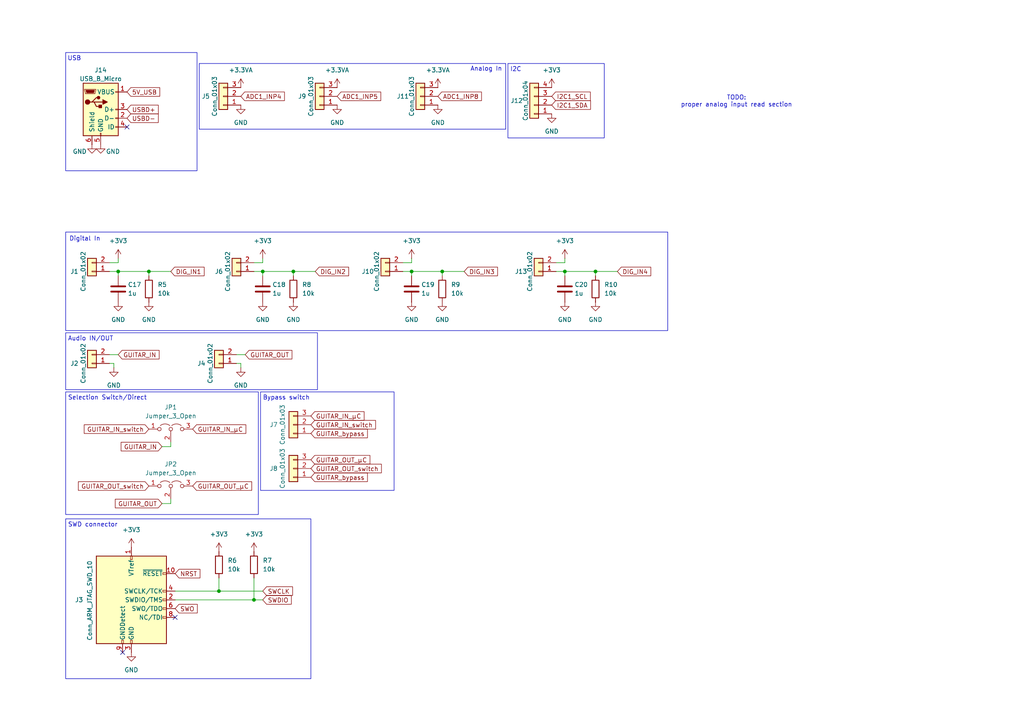
<source format=kicad_sch>
(kicad_sch (version 20250114) (generator "eeschema") (generator_version "9.0")
  (paper "A4")
  (lib_symbols
    (symbol "Connector:Conn_ARM_JTAG_SWD_10" (pin_names (offset 1.016))
      (property "Reference" "J" (at -2.54 16.51 0))
      (property "Value" "Conn_ARM_JTAG_SWD_10" (at -2.54 13.97 0))
      (symbol "Conn_ARM_JTAG_SWD_10_0_1"
        (rectangle (start -10.16 12.7) (end 10.16 -12.7) (stroke (width 0.254)) (fill (type background)))
        (rectangle (start -2.794 -12.7) (end -2.286 -11.684))
        (rectangle (start -0.254 12.7) (end 0.254 11.684))
        (rectangle (start -0.254 -12.7) (end 0.254 -11.684))
        (rectangle (start 9.144 2.286) (end 10.16 2.794))
        (rectangle (start 10.16 7.874) (end 9.144 7.366))
        (rectangle (start 10.16 -0.254) (end 9.144 0.254))
        (rectangle (start 10.16 -2.794) (end 9.144 -2.286))
      )
      (symbol "Conn_ARM_JTAG_SWD_10_1_1"
        (rectangle (start 9.144 -5.334) (end 10.16 -4.826))
        (pin no_connect line (at -10.16 0 0) (length 2.54) (hide yes) (name "KEY") (number "7"))
        (pin passive line (at -2.54 -15.24 90) (length 2.54) (name "GNDDetect") (number "9"))
        (pin power_in line (at 0 15.24 270) (length 2.54) (name "VTref") (number "1"))
        (pin power_in line (at 0 -15.24 90) (length 2.54) (name "GND") (number "3"))
        (pin passive line (at 0 -15.24 90) (length 2.54) (hide yes) (name "GND") (number "5"))
        (pin open_collector line (at 12.7 7.62 180) (length 2.54) (name "~{RESET}") (number "10"))
        (pin output line (at 12.7 2.54 180) (length 2.54) (name "SWCLK/TCK") (number "4"))
        (pin bidirectional line (at 12.7 0 180) (length 2.54) (name "SWDIO/TMS") (number "2"))
        (pin input line (at 12.7 -2.54 180) (length 2.54) (name "SWO/TDO") (number "6"))
        (pin output line (at 12.7 -5.08 180) (length 2.54) (name "NC/TDI") (number "8"))
      )
    )
    (symbol "Connector:USB_B_Micro" (pin_names (offset 1.016))
      (property "Reference" "J" (at -5.08 11.43 0))
      (property "Value" "USB_B_Micro" (at -5.08 8.89 0))
      (symbol "USB_B_Micro_0_1"
        (rectangle (start -5.08 -7.62) (end 5.08 7.62) (stroke (width 0.254)) (fill (type background)))
        (polyline (pts (xy -4.699 5.842) (xy -4.699 5.588) (xy -4.445 4.826) (xy -4.445 4.572) (xy -1.651 4.572) (xy -1.651 4.826) (xy -1.397 5.588) (xy -1.397 5.842) (xy -4.699 5.842)))
        (polyline (pts (xy -4.318 5.588) (xy -1.778 5.588) (xy -2.032 4.826) (xy -4.064 4.826) (xy -4.318 5.588)) (fill (type outline)))
        (circle (center -3.81 2.159) (radius 0.635) (stroke (width 0.254)) (fill (type outline)))
        (polyline (pts (xy -3.175 2.159) (xy -2.54 2.159) (xy -1.27 3.429) (xy -0.635 3.429)) (stroke (width 0.254)))
        (polyline (pts (xy -2.54 2.159) (xy -1.905 2.159) (xy -1.27 0.889) (xy 0 0.889)) (stroke (width 0.254)))
        (polyline (pts (xy -1.905 2.159) (xy 0.635 2.159)) (stroke (width 0.254)))
        (circle (center -0.635 3.429) (radius 0.381) (stroke (width 0.254)) (fill (type outline)))
        (rectangle (start -0.127 -7.62) (end 0.127 -6.858))
        (rectangle (start 0.254 1.27) (end -0.508 0.508) (stroke (width 0.254)) (fill (type outline)))
        (polyline (pts (xy 0.635 2.794) (xy 0.635 1.524) (xy 1.905 2.159) (xy 0.635 2.794)) (stroke (width 0.254)) (fill (type outline)))
        (rectangle (start 5.08 4.953) (end 4.318 5.207))
        (rectangle (start 5.08 -0.127) (end 4.318 0.127))
        (rectangle (start 5.08 -2.667) (end 4.318 -2.413))
        (rectangle (start 5.08 -5.207) (end 4.318 -4.953))
      )
      (symbol "USB_B_Micro_1_1"
        (pin passive line (at -2.54 -10.16 90) (length 2.54) (name "Shield") (number "6"))
        (pin power_out line (at 0 -10.16 90) (length 2.54) (name "GND") (number "5"))
        (pin power_out line (at 7.62 5.08 180) (length 2.54) (name "VBUS") (number "1"))
        (pin bidirectional line (at 7.62 0 180) (length 2.54) (name "D+") (number "3"))
        (pin bidirectional line (at 7.62 -2.54 180) (length 2.54) (name "D-") (number "2"))
        (pin passive line (at 7.62 -5.08 180) (length 2.54) (name "ID") (number "4"))
      )
    )
    (symbol "Connector_Generic:Conn_01x02" (pin_names (offset 1.016) (hide yes))
      (property "Reference" "J" (at 0 2.54 0))
      (property "Value" "Conn_01x02" (at 0 -5.08 0))
      (symbol "Conn_01x02_1_1"
        (rectangle (start -1.27 1.27) (end 1.27 -3.81) (stroke (width 0.254)) (fill (type background)))
        (rectangle (start -1.27 0.127) (end 0 -0.127) (stroke (width 0.1524)))
        (rectangle (start -1.27 -2.413) (end 0 -2.667) (stroke (width 0.1524)))
        (pin passive line (at -5.08 0 0) (length 3.81) (name "Pin_1") (number "1"))
        (pin passive line (at -5.08 -2.54 0) (length 3.81) (name "Pin_2") (number "2"))
      )
    )
    (symbol "Connector_Generic:Conn_01x03" (pin_names (offset 1.016) (hide yes))
      (property "Reference" "J" (at 0 5.08 0))
      (property "Value" "Conn_01x03" (at 0 -5.08 0))
      (symbol "Conn_01x03_1_1"
        (rectangle (start -1.27 3.81) (end 1.27 -3.81) (stroke (width 0.254)) (fill (type background)))
        (rectangle (start -1.27 2.667) (end 0 2.413) (stroke (width 0.1524)))
        (rectangle (start -1.27 0.127) (end 0 -0.127) (stroke (width 0.1524)))
        (rectangle (start -1.27 -2.413) (end 0 -2.667) (stroke (width 0.1524)))
        (pin passive line (at -5.08 2.54 0) (length 3.81) (name "Pin_1") (number "1"))
        (pin passive line (at -5.08 0 0) (length 3.81) (name "Pin_2") (number "2"))
        (pin passive line (at -5.08 -2.54 0) (length 3.81) (name "Pin_3") (number "3"))
      )
    )
    (symbol "Connector_Generic:Conn_01x04" (pin_names (offset 1.016) (hide yes))
      (property "Reference" "J" (at 0 5.08 0))
      (property "Value" "Conn_01x04" (at 0 -7.62 0))
      (symbol "Conn_01x04_1_1"
        (rectangle (start -1.27 3.81) (end 1.27 -6.35) (stroke (width 0.254)) (fill (type background)))
        (rectangle (start -1.27 2.667) (end 0 2.413) (stroke (width 0.1524)))
        (rectangle (start -1.27 0.127) (end 0 -0.127) (stroke (width 0.1524)))
        (rectangle (start -1.27 -2.413) (end 0 -2.667) (stroke (width 0.1524)))
        (rectangle (start -1.27 -4.953) (end 0 -5.207) (stroke (width 0.1524)))
        (pin passive line (at -5.08 2.54 0) (length 3.81) (name "Pin_1") (number "1"))
        (pin passive line (at -5.08 0 0) (length 3.81) (name "Pin_2") (number "2"))
        (pin passive line (at -5.08 -2.54 0) (length 3.81) (name "Pin_3") (number "3"))
        (pin passive line (at -5.08 -5.08 0) (length 3.81) (name "Pin_4") (number "4"))
      )
    )
    (symbol "Device:C" (pin_numbers (hide yes)) (pin_names (offset 0.254))
      (property "Reference" "C" (at 0.635 2.54 0))
      (property "Value" "C" (at 0.635 -2.54 0))
      (symbol "C_0_1"
        (polyline (pts (xy -2.032 0.762) (xy 2.032 0.762)) (stroke (width 0.508)))
        (polyline (pts (xy -2.032 -0.762) (xy 2.032 -0.762)) (stroke (width 0.508)))
      )
      (symbol "C_1_1"
        (pin passive line (at 0 3.81 270) (length 2.794) (name "~") (number "1"))
        (pin passive line (at 0 -3.81 90) (length 2.794) (name "~") (number "2"))
      )
    )
    (symbol "Device:R" (pin_numbers (hide yes)) (pin_names (offset 0))
      (property "Reference" "R" (at 2.032 0 90))
      (property "Value" "R" (at 0 0 90))
      (symbol "R_0_1"
        (rectangle (start -1.016 -2.54) (end 1.016 2.54) (stroke (width 0.254)))
      )
      (symbol "R_1_1"
        (pin passive line (at 0 3.81 270) (length 1.27) (name "~") (number "1"))
        (pin passive line (at 0 -3.81 90) (length 1.27) (name "~") (number "2"))
      )
    )
    (symbol "Jumper:Jumper_3_Open" (pin_names (offset 0) (hide yes)) (in_bom no)
      (property "Reference" "JP" (at -2.54 -2.54 0))
      (property "Value" "Jumper_3_Open" (at 0 2.794 0))
      (symbol "Jumper_3_Open_0_0"
        (circle (center -3.302 0) (radius 0.508))
        (circle (center 0 0) (radius 0.508))
        (circle (center 3.302 0) (radius 0.508))
      )
      (symbol "Jumper_3_Open_0_1"
        (arc (start -3.048 1.016) (mid -1.651 1.4992) (end -0.254 1.016))
        (polyline (pts (xy 0 -0.508) (xy 0 -1.27)))
        (arc (start 0.254 1.016) (mid 1.651 1.4992) (end 3.048 1.016))
      )
      (symbol "Jumper_3_Open_1_1"
        (pin passive line (at -6.35 0 0) (length 2.54) (name "A") (number "1"))
        (pin passive line (at 0 -3.81 90) (length 2.54) (name "C") (number "2"))
        (pin passive line (at 6.35 0 180) (length 2.54) (name "B") (number "3"))
      )
    )
    (symbol "power:+3.3VA" (power) (pin_numbers (hide yes)) (pin_names (offset 0) (hide yes))
      (property "Value" "+3.3VA" (at 0 3.556 0))
      (symbol "+3.3VA_0_1"
        (polyline (pts (xy -0.762 1.27) (xy 0 2.54)))
        (polyline (pts (xy 0 2.54) (xy 0.762 1.27)))
        (polyline (pts (xy 0 0) (xy 0 2.54)))
      )
      (symbol "+3.3VA_1_1"
        (pin power_in line (at 0 0 90) (length 0) (name "~") (number "1"))
      )
    )
    (symbol "power:+3V3" (power) (pin_numbers (hide yes)) (pin_names (offset 0) (hide yes))
      (property "Value" "+3V3" (at 0 3.556 0))
      (symbol "+3V3_0_1"
        (polyline (pts (xy -0.762 1.27) (xy 0 2.54)))
        (polyline (pts (xy 0 2.54) (xy 0.762 1.27)))
        (polyline (pts (xy 0 0) (xy 0 2.54)))
      )
      (symbol "+3V3_1_1"
        (pin power_in line (at 0 0 90) (length 0) (name "~") (number "1"))
      )
    )
    (symbol "power:GND" (power) (pin_numbers (hide yes)) (pin_names (offset 0) (hide yes))
      (property "Value" "GND" (at 0 -3.81 0))
      (symbol "GND_0_1"
        (polyline (pts (xy 0 0) (xy 0 -1.27) (xy 1.27 -1.27) (xy 0 -2.54) (xy -1.27 -1.27) (xy 0 -1.27)))
      )
      (symbol "GND_1_1"
        (pin power_in line (at 0 0 270) (length 0) (name "~") (number "1"))
      )
    )
  )
  (rectangle (start 19.05 113.665) (end 74.93 149.225))
  (rectangle (start 57.785 18.415) (end 146.685 37.465))
  (rectangle (start 19.05 67.31) (end 193.675 95.885))
  (rectangle (start 19.05 150.495) (end 90.17 196.85))
  (rectangle (start 75.565 113.665) (end 114.3 142.24))
  (rectangle (start 147.32 18.415) (end 175.26 40.005))
  (rectangle (start 19.05 15.24) (end 57.15 49.53))
  (rectangle (start 19.05 96.52) (end 92.075 113.03))
  (text "Audio IN/OUT" (at 19.685 99.06 0) (effects (font (size 1.27 1.27)) (justify left bottom)))
  (text "Selection Switch/Direct" (at 19.685 116.205 0) (effects (font (size 1.27 1.27)) (justify left bottom)))
  (text "I2C" (at 147.955 20.955 0) (effects (font (size 1.27 1.27)) (justify left bottom)))
  (text "Analog In" (at 136.398 20.828 0) (effects (font (size 1.27 1.27)) (justify left bottom)))
  (text "USB" (at 19.558 17.78 0) (effects (font (size 1.27 1.27)) (justify left bottom)))
  (text "Bypass switch" (at 76.2 116.205 0) (effects (font (size 1.27 1.27)) (justify left bottom)))
  (text "SWD connector" (at 19.685 153.035 0) (effects (font (size 1.27 1.27)) (justify left bottom)))
  (text "TODO:\nproper analog input read section" (at 213.614 29.464 0) (effects (font (size 1.27 1.27))))
  (text "Digital In" (at 20.066 70.104 0) (effects (font (size 1.27 1.27)) (justify left bottom)))
  (junction (at 43.18 78.74))
  (junction (at 128.27 78.74))
  (junction (at 76.2 78.74))
  (junction (at 163.83 78.74))
  (junction (at 85.09 78.74))
  (junction (at 63.5 171.45))
  (junction (at 73.66 173.99))
  (junction (at 34.29 78.74))
  (junction (at 119.38 78.74))
  (junction (at 172.72 78.74))
  (no_connect (at 36.83 36.83))
  (no_connect (at 50.8 179.07))
  (no_connect (at 35.56 189.23))
  (wire (pts (xy 119.38 78.74) (xy 128.27 78.74)))
  (wire (pts (xy 76.2 76.2) (xy 76.2 74.93)))
  (wire (pts (xy 116.84 76.2) (xy 119.38 76.2)))
  (wire (pts (xy 69.85 105.41) (xy 69.85 106.68)))
  (wire (pts (xy 172.72 78.74) (xy 172.72 80.01)))
  (wire (pts (xy 76.2 78.74) (xy 76.2 80.01)))
  (wire (pts (xy 68.58 105.41) (xy 69.85 105.41)))
  (wire (pts (xy 119.38 78.74) (xy 119.38 80.01)))
  (wire (pts (xy 68.58 102.87) (xy 71.12 102.87)))
  (wire (pts (xy 63.5 167.64) (xy 63.5 171.45)))
  (wire (pts (xy 49.53 146.05) (xy 49.53 144.78)))
  (wire (pts (xy 50.8 171.45) (xy 63.5 171.45)))
  (wire (pts (xy 34.29 78.74) (xy 43.18 78.74)))
  (wire (pts (xy 73.66 173.99) (xy 76.2 173.99)))
  (wire (pts (xy 31.75 76.2) (xy 34.29 76.2)))
  (wire (pts (xy 172.72 78.74) (xy 179.07 78.74)))
  (wire (pts (xy 43.18 78.74) (xy 43.18 80.01)))
  (wire (pts (xy 163.83 78.74) (xy 163.83 80.01)))
  (wire (pts (xy 33.02 105.41) (xy 33.02 106.68)))
  (wire (pts (xy 128.27 78.74) (xy 134.62 78.74)))
  (wire (pts (xy 49.53 129.54) (xy 49.53 128.27)))
  (wire (pts (xy 34.29 76.2) (xy 34.29 74.93)))
  (wire (pts (xy 73.66 167.64) (xy 73.66 173.99)))
  (wire (pts (xy 85.09 78.74) (xy 91.44 78.74)))
  (wire (pts (xy 34.29 78.74) (xy 34.29 80.01)))
  (wire (pts (xy 85.09 78.74) (xy 85.09 80.01)))
  (wire (pts (xy 31.75 78.74) (xy 34.29 78.74)))
  (wire (pts (xy 161.29 76.2) (xy 163.83 76.2)))
  (wire (pts (xy 128.27 78.74) (xy 128.27 80.01)))
  (wire (pts (xy 43.18 78.74) (xy 49.53 78.74)))
  (wire (pts (xy 163.83 78.74) (xy 172.72 78.74)))
  (wire (pts (xy 76.2 78.74) (xy 85.09 78.74)))
  (wire (pts (xy 116.84 78.74) (xy 119.38 78.74)))
  (wire (pts (xy 73.66 78.74) (xy 76.2 78.74)))
  (wire (pts (xy 31.75 102.87) (xy 34.29 102.87)))
  (wire (pts (xy 46.99 129.54) (xy 49.53 129.54)))
  (wire (pts (xy 119.38 76.2) (xy 119.38 74.93)))
  (wire (pts (xy 50.8 173.99) (xy 73.66 173.99)))
  (wire (pts (xy 161.29 78.74) (xy 163.83 78.74)))
  (wire (pts (xy 73.66 76.2) (xy 76.2 76.2)))
  (wire (pts (xy 63.5 171.45) (xy 76.2 171.45)))
  (wire (pts (xy 31.75 105.41) (xy 33.02 105.41)))
  (wire (pts (xy 163.83 76.2) (xy 163.83 74.93)))
  (wire (pts (xy 46.99 146.05) (xy 49.53 146.05)))
  (global_label "I2C1_SDA" (shape input) (at 160.02 30.48 0) (property "Intersheetrefs" "${INTERSHEET_REFS}" (effects (hide yes))))
  (global_label "SWO" (shape input) (at 50.8 176.53 0) (property "Intersheetrefs" "${INTERSHEET_REFS}" (effects (hide yes))))
  (global_label "NRST" (shape input) (at 50.8 166.37 0) (property "Intersheetrefs" "${INTERSHEET_REFS}" (effects (hide yes))))
  (global_label "DIG_IN2" (shape input) (at 91.44 78.74 0) (property "Intersheetrefs" "${INTERSHEET_REFS}" (effects (hide yes))))
  (global_label "DIG_IN3" (shape input) (at 134.62 78.74 0) (property "Intersheetrefs" "${INTERSHEET_REFS}" (effects (hide yes))))
  (global_label "DIG_IN4" (shape input) (at 179.07 78.74 0) (property "Intersheetrefs" "${INTERSHEET_REFS}" (effects (hide yes))))
  (global_label "GUITAR_IN_switch" (shape input) (at 43.18 124.46 180) (property "Intersheetrefs" "${INTERSHEET_REFS}" (effects (hide yes))))
  (global_label "ADC1_INP8" (shape input) (at 127 27.94 0) (property "Intersheetrefs" "${INTERSHEET_REFS}" (effects (hide yes))))
  (global_label "GUITAR_OUT_µC" (shape input) (at 55.88 140.97 0) (property "Intersheetrefs" "${INTERSHEET_REFS}" (effects (hide yes))))
  (global_label "ADC1_INP4" (shape input) (at 69.85 27.94 0) (property "Intersheetrefs" "${INTERSHEET_REFS}" (effects (hide yes))))
  (global_label "SWCLK" (shape input) (at 76.2 171.45 0) (property "Intersheetrefs" "${INTERSHEET_REFS}" (effects (hide yes))))
  (global_label "GUITAR_IN" (shape input) (at 46.99 129.54 180) (property "Intersheetrefs" "${INTERSHEET_REFS}" (effects (hide yes))))
  (global_label "GUITAR_OUT" (shape input) (at 71.12 102.87 0) (property "Intersheetrefs" "${INTERSHEET_REFS}" (effects (hide yes))))
  (global_label "ADC1_INP5" (shape input) (at 97.79 27.94 0) (property "Intersheetrefs" "${INTERSHEET_REFS}" (effects (hide yes))))
  (global_label "USBD-" (shape input) (at 36.83 34.29 0) (property "Intersheetrefs" "${INTERSHEET_REFS}" (effects (hide yes))))
  (global_label "GUITAR_OUT_switch" (shape input) (at 43.18 140.97 180) (property "Intersheetrefs" "${INTERSHEET_REFS}" (effects (hide yes))))
  (global_label "SWDIO" (shape input) (at 76.2 173.99 0) (property "Intersheetrefs" "${INTERSHEET_REFS}" (effects (hide yes))))
  (global_label "I2C1_SCL" (shape input) (at 160.02 27.94 0) (property "Intersheetrefs" "${INTERSHEET_REFS}" (effects (hide yes))))
  (global_label "GUITAR_bypass" (shape input) (at 90.17 125.73 0) (property "Intersheetrefs" "${INTERSHEET_REFS}" (effects (hide yes))))
  (global_label "GUITAR_IN" (shape input) (at 34.29 102.87 0) (property "Intersheetrefs" "${INTERSHEET_REFS}" (effects (hide yes))))
  (global_label "5V_USB" (shape input) (at 36.83 26.67 0) (property "Intersheetrefs" "${INTERSHEET_REFS}" (effects (hide yes))))
  (global_label "GUITAR_OUT" (shape input) (at 46.99 146.05 180) (property "Intersheetrefs" "${INTERSHEET_REFS}" (effects (hide yes))))
  (global_label "GUITAR_IN_switch" (shape input) (at 90.17 123.19 0) (property "Intersheetrefs" "${INTERSHEET_REFS}" (effects (hide yes))))
  (global_label "GUITAR_bypass" (shape input) (at 90.17 138.43 0) (property "Intersheetrefs" "${INTERSHEET_REFS}" (effects (hide yes))))
  (global_label "DIG_IN1" (shape input) (at 49.53 78.74 0) (property "Intersheetrefs" "${INTERSHEET_REFS}" (effects (hide yes))))
  (global_label "GUITAR_IN_µC" (shape input) (at 90.17 120.65 0) (property "Intersheetrefs" "${INTERSHEET_REFS}" (effects (hide yes))))
  (global_label "GUITAR_OUT_µC" (shape input) (at 90.17 133.35 0) (property "Intersheetrefs" "${INTERSHEET_REFS}" (effects (hide yes))))
  (global_label "GUITAR_OUT_switch" (shape input) (at 90.17 135.89 0) (property "Intersheetrefs" "${INTERSHEET_REFS}" (effects (hide yes))))
  (global_label "USBD+" (shape input) (at 36.83 31.75 0) (property "Intersheetrefs" "${INTERSHEET_REFS}" (effects (hide yes))))
  (global_label "GUITAR_IN_µC" (shape input) (at 55.88 124.46 0) (property "Intersheetrefs" "${INTERSHEET_REFS}" (effects (hide yes))))
  (symbol (lib_id "Device:R") (at 172.72 83.82 0) (unit 1)
    (property "Reference" "R10" (at 175.26 82.55 0) (effects (justify left)))
    (property "Value" "10k" (at 175.26 85.09 0) (effects (justify left)))
    (property "Footprint" "Resistor_SMD:R_0402_1005Metric" (effects (hide yes)))
    (property "Description" "Resistor" (effects (hide yes)))
    (property "MOUSER_NR" "652-CR0402-JW-103GLF" (effects (hide yes)))
  )
  (symbol (lib_id "Connector_Generic:Conn_01x02") (at 26.67 105.41 180) (unit 1)
    (property "Reference" "J2" (at 21.59 105.41 0))
    (property "Value" "Conn_01x02" (at 24.13 105.41 90))
    (property "Footprint" "MyFootprints:solder_pad_1x02_D3.5mm" (effects (hide yes)))
    (property "Description" "Generic connector, single row, 01x02, script generated (kicad-library-utils/schlib/autogen/connector/)" (effects (hide yes)))
  )
  (symbol (lib_id "Device:C") (at 163.83 83.82 0) (unit 1)
    (property "Reference" "C20" (at 166.624 82.55 0) (effects (justify left)))
    (property "Value" "1u" (at 166.624 85.09 0) (effects (justify left)))
    (property "Footprint" "Capacitor_SMD:C_0402_1005Metric" (effects (hide yes)))
    (property "Description" "Unpolarized capacitor" (effects (hide yes)))
    (property "MOUSER_NR" "963-LMK105BJ105MVHF" (effects (hide yes)))
  )
  (symbol (lib_id "power:+3V3") (at 163.83 74.93 0) (unit 1)
    (property "Reference" "#PWR048" (effects (hide yes)))
    (property "Value" "+3V3" (at 163.83 69.85 0))
    (property "Description" "Power symbol creates a global label with name \"+3V3\"" (effects (hide yes)))
  )
  (symbol (lib_id "power:GND") (at 29.21 41.91 0) (unit 1)
    (property "Reference" "#PWR024" (effects (hide yes)))
    (property "Value" "GND" (at 32.766 43.942 0))
    (property "Description" "Power symbol creates a global label with name \"GND\" , ground" (effects (hide yes)))
  )
  (symbol (lib_id "Device:R") (at 73.66 163.83 0) (unit 1)
    (property "Reference" "R7" (at 76.2 162.56 0) (effects (justify left)))
    (property "Value" "10k" (at 76.2 165.1 0) (effects (justify left)))
    (property "Footprint" "Resistor_SMD:R_0402_1005Metric" (effects (hide yes)))
    (property "Description" "Resistor" (effects (hide yes)))
    (property "MOUSER_NR" "652-CR0402-JW-103GLF" (effects (hide yes)))
  )
  (symbol (lib_id "power:GND") (at 43.18 87.63 0) (unit 1)
    (property "Reference" "#PWR030" (effects (hide yes)))
    (property "Value" "GND" (at 43.18 92.71 0))
    (property "Description" "Power symbol creates a global label with name \"GND\" , ground" (effects (hide yes)))
  )
  (symbol (lib_id "Connector_Generic:Conn_01x02") (at 63.5 105.41 180) (unit 1)
    (property "Reference" "J4" (at 58.42 105.41 0))
    (property "Value" "Conn_01x02" (at 60.96 105.41 90))
    (property "Footprint" "MyFootprints:solder_pad_1x02_D3.5mm" (effects (hide yes)))
    (property "Description" "Generic connector, single row, 01x02, script generated (kicad-library-utils/schlib/autogen/connector/)" (effects (hide yes)))
  )
  (symbol (lib_id "Connector_Generic:Conn_01x04") (at 154.94 30.48 180) (unit 1)
    (property "Reference" "J12" (at 149.86 29.21 0))
    (property "Value" "Conn_01x04" (at 152.4 29.21 90))
    (property "Footprint" "Connector_PinHeader_2.54mm:PinHeader_1x04_P2.54mm_Vertical" (effects (hide yes)))
    (property "Description" "Generic connector, single row, 01x04, script generated (kicad-library-utils/schlib/autogen/connector/)" (effects (hide yes)))
  )
  (symbol (lib_id "power:GND") (at 97.79 30.48 0) (unit 1)
    (property "Reference" "#PWR040" (effects (hide yes)))
    (property "Value" "GND" (at 97.79 35.56 0))
    (property "Description" "Power symbol creates a global label with name \"GND\" , ground" (effects (hide yes)))
  )
  (symbol (lib_id "power:GND") (at 33.02 106.68 0) (unit 1)
    (property "Reference" "#PWR025" (effects (hide yes)))
    (property "Value" "GND" (at 33.02 111.76 0))
    (property "Description" "Power symbol creates a global label with name \"GND\" , ground" (effects (hide yes)))
  )
  (symbol (lib_id "Jumper:Jumper_3_Open") (at 49.53 124.46 0) (unit 1)
    (property "Reference" "JP1" (at 49.53 118.11 0))
    (property "Value" "Jumper_3_Open" (at 49.53 120.65 0))
    (property "Footprint" "Connector_PinHeader_2.54mm:PinHeader_1x03_P2.54mm_Vertical" (effects (hide yes)))
    (property "Description" "Jumper, 3-pole, both open" (effects (hide yes)))
  )
  (symbol (lib_id "power:+3V3") (at 76.2 74.93 0) (unit 1)
    (property "Reference" "#PWR036" (effects (hide yes)))
    (property "Value" "+3V3" (at 76.2 69.85 0))
    (property "Description" "Power symbol creates a global label with name \"+3V3\"" (effects (hide yes)))
  )
  (symbol (lib_id "Connector_Generic:Conn_01x03") (at 64.77 27.94 180) (unit 1)
    (property "Reference" "J5" (at 59.69 27.94 0))
    (property "Value" "Conn_01x03" (at 62.23 27.94 90))
    (property "Footprint" "MyFootprints:solder_pad_1x03_D3.5mm" (effects (hide yes)))
    (property "Description" "Generic connector, single row, 01x03, script generated (kicad-library-utils/schlib/autogen/connector/)" (effects (hide yes)))
  )
  (symbol (lib_id "Jumper:Jumper_3_Open") (at 49.53 140.97 0) (unit 1)
    (property "Reference" "JP2" (at 49.53 134.62 0))
    (property "Value" "Jumper_3_Open" (at 49.53 137.16 0))
    (property "Footprint" "Connector_PinHeader_2.54mm:PinHeader_1x03_P2.54mm_Vertical" (effects (hide yes)))
    (property "Description" "Jumper, 3-pole, both open" (effects (hide yes)))
  )
  (symbol (lib_id "Device:R") (at 63.5 163.83 0) (unit 1)
    (property "Reference" "R6" (at 66.04 162.56 0) (effects (justify left)))
    (property "Value" "10k" (at 66.04 165.1 0) (effects (justify left)))
    (property "Footprint" "Resistor_SMD:R_0402_1005Metric" (effects (hide yes)))
    (property "Description" "Resistor" (effects (hide yes)))
    (property "MOUSER_NR" "652-CR0402-JW-103GLF" (effects (hide yes)))
  )
  (symbol (lib_id "power:+3V3") (at 160.02 25.4 0) (unit 1)
    (property "Reference" "#PWR046" (effects (hide yes)))
    (property "Value" "+3V3" (at 160.02 20.32 0))
    (property "Description" "Power symbol creates a global label with name \"+3V3\"" (effects (hide yes)))
  )
  (symbol (lib_id "power:+3V3") (at 73.66 160.02 0) (unit 1)
    (property "Reference" "#PWR035" (effects (hide yes)))
    (property "Value" "+3V3" (at 73.66 154.94 0))
    (property "Description" "Power symbol creates a global label with name \"+3V3\"" (effects (hide yes)))
  )
  (symbol (lib_id "Device:C") (at 34.29 83.82 0) (unit 1)
    (property "Reference" "C17" (at 37.084 82.55 0) (effects (justify left)))
    (property "Value" "1u" (at 37.084 85.09 0) (effects (justify left)))
    (property "Footprint" "Capacitor_SMD:C_0402_1005Metric" (effects (hide yes)))
    (property "Description" "Unpolarized capacitor" (effects (hide yes)))
    (property "MOUSER_NR" "963-LMK105BJ105MVHF" (effects (hide yes)))
  )
  (symbol (lib_id "Connector_Generic:Conn_01x02") (at 111.76 78.74 180) (unit 1)
    (property "Reference" "J10" (at 106.68 78.74 0))
    (property "Value" "Conn_01x02" (at 109.22 78.74 90))
    (property "Footprint" "MyFootprints:solder_pad_1x02_D3.5mm" (effects (hide yes)))
    (property "Description" "Generic connector, single row, 01x02, script generated (kicad-library-utils/schlib/autogen/connector/)" (effects (hide yes)))
  )
  (symbol (lib_id "power:+3V3") (at 38.1 158.75 0) (unit 1)
    (property "Reference" "#PWR028" (effects (hide yes)))
    (property "Value" "+3V3" (at 38.1 153.67 0))
    (property "Description" "Power symbol creates a global label with name \"+3V3\"" (effects (hide yes)))
  )
  (symbol (lib_id "Device:C") (at 76.2 83.82 0) (unit 1)
    (property "Reference" "C18" (at 78.994 82.55 0) (effects (justify left)))
    (property "Value" "1u" (at 78.994 85.09 0) (effects (justify left)))
    (property "Footprint" "Capacitor_SMD:C_0402_1005Metric" (effects (hide yes)))
    (property "Description" "Unpolarized capacitor" (effects (hide yes)))
    (property "MOUSER_NR" "963-LMK105BJ105MVHF" (effects (hide yes)))
  )
  (symbol (lib_id "Device:C") (at 119.38 83.82 0) (unit 1)
    (property "Reference" "C19" (at 122.174 82.55 0) (effects (justify left)))
    (property "Value" "1u" (at 122.174 85.09 0) (effects (justify left)))
    (property "Footprint" "Capacitor_SMD:C_0402_1005Metric" (effects (hide yes)))
    (property "Description" "Unpolarized capacitor" (effects (hide yes)))
    (property "MOUSER_NR" "963-LMK105BJ105MVHF" (effects (hide yes)))
  )
  (symbol (lib_id "power:GND") (at 172.72 87.63 0) (unit 1)
    (property "Reference" "#PWR050" (effects (hide yes)))
    (property "Value" "GND" (at 172.72 92.71 0))
    (property "Description" "Power symbol creates a global label with name \"GND\" , ground" (effects (hide yes)))
  )
  (symbol (lib_id "Connector_Generic:Conn_01x03") (at 85.09 135.89 180) (unit 1)
    (property "Reference" "J8" (at 79.375 135.89 0))
    (property "Value" "Conn_01x03" (at 81.915 135.89 90))
    (property "Footprint" "MyFootprints:solder_pad_1x03_D3.5mm" (effects (hide yes)))
    (property "Description" "Generic connector, single row, 01x03, script generated (kicad-library-utils/schlib/autogen/connector/)" (effects (hide yes)))
  )
  (symbol (lib_id "power:GND") (at 76.2 87.63 0) (unit 1)
    (property "Reference" "#PWR037" (effects (hide yes)))
    (property "Value" "GND" (at 76.2 92.71 0))
    (property "Description" "Power symbol creates a global label with name \"GND\" , ground" (effects (hide yes)))
  )
  (symbol (lib_id "Connector_Generic:Conn_01x03") (at 92.71 27.94 180) (unit 1)
    (property "Reference" "J9" (at 87.63 27.94 0))
    (property "Value" "Conn_01x03" (at 90.17 27.94 90))
    (property "Footprint" "MyFootprints:solder_pad_1x03_D3.5mm" (effects (hide yes)))
    (property "Description" "Generic connector, single row, 01x03, script generated (kicad-library-utils/schlib/autogen/connector/)" (effects (hide yes)))
  )
  (symbol (lib_id "power:GND") (at 34.29 87.63 0) (unit 1)
    (property "Reference" "#PWR027" (effects (hide yes)))
    (property "Value" "GND" (at 34.29 92.71 0))
    (property "Description" "Power symbol creates a global label with name \"GND\" , ground" (effects (hide yes)))
  )
  (symbol (lib_id "power:GND") (at 163.83 87.63 0) (unit 1)
    (property "Reference" "#PWR049" (effects (hide yes)))
    (property "Value" "GND" (at 163.83 92.71 0))
    (property "Description" "Power symbol creates a global label with name \"GND\" , ground" (effects (hide yes)))
  )
  (symbol (lib_id "power:GND") (at 26.67 41.91 0) (unit 1)
    (property "Reference" "#PWR023" (effects (hide yes)))
    (property "Value" "GND" (at 23.114 43.942 0))
    (property "Description" "Power symbol creates a global label with name \"GND\" , ground" (effects (hide yes)))
  )
  (symbol (lib_id "Device:R") (at 43.18 83.82 0) (unit 1)
    (property "Reference" "R5" (at 45.72 82.55 0) (effects (justify left)))
    (property "Value" "10k" (at 45.72 85.09 0) (effects (justify left)))
    (property "Footprint" "Resistor_SMD:R_0402_1005Metric" (effects (hide yes)))
    (property "Description" "Resistor" (effects (hide yes)))
    (property "MOUSER_NR" "652-CR0402-JW-103GLF" (effects (hide yes)))
  )
  (symbol (lib_id "Device:R") (at 85.09 83.82 0) (unit 1)
    (property "Reference" "R8" (at 87.63 82.55 0) (effects (justify left)))
    (property "Value" "10k" (at 87.63 85.09 0) (effects (justify left)))
    (property "Footprint" "Resistor_SMD:R_0402_1005Metric" (effects (hide yes)))
    (property "Description" "Resistor" (effects (hide yes)))
    (property "MOUSER_NR" "652-CR0402-JW-103GLF" (effects (hide yes)))
  )
  (symbol (lib_id "power:GND") (at 38.1 189.23 0) (unit 1)
    (property "Reference" "#PWR029" (effects (hide yes)))
    (property "Value" "GND" (at 38.1 194.31 0))
    (property "Description" "Power symbol creates a global label with name \"GND\" , ground" (effects (hide yes)))
  )
  (symbol (lib_id "Connector_Generic:Conn_01x03") (at 121.92 27.94 180) (unit 1)
    (property "Reference" "J11" (at 116.84 27.94 0))
    (property "Value" "Conn_01x03" (at 119.38 27.94 90))
    (property "Footprint" "MyFootprints:solder_pad_1x03_D3.5mm" (effects (hide yes)))
    (property "Description" "Generic connector, single row, 01x03, script generated (kicad-library-utils/schlib/autogen/connector/)" (effects (hide yes)))
  )
  (symbol (lib_id "power:+3.3VA") (at 69.85 25.4 0) (unit 1)
    (property "Reference" "#PWR032" (effects (hide yes)))
    (property "Value" "+3.3VA" (at 69.85 20.32 0))
    (property "Description" "Power symbol creates a global label with name \"+3.3VA\"" (effects (hide yes)))
  )
  (symbol (lib_id "Device:R") (at 128.27 83.82 0) (unit 1)
    (property "Reference" "R9" (at 130.81 82.55 0) (effects (justify left)))
    (property "Value" "10k" (at 130.81 85.09 0) (effects (justify left)))
    (property "Footprint" "Resistor_SMD:R_0402_1005Metric" (effects (hide yes)))
    (property "Description" "Resistor" (effects (hide yes)))
    (property "MOUSER_NR" "652-CR0402-JW-103GLF" (effects (hide yes)))
  )
  (symbol (lib_id "power:GND") (at 160.02 33.02 0) (unit 1)
    (property "Reference" "#PWR047" (effects (hide yes)))
    (property "Value" "GND" (at 160.02 38.1 0))
    (property "Description" "Power symbol creates a global label with name \"GND\" , ground" (effects (hide yes)))
  )
  (symbol (lib_id "Connector:Conn_ARM_JTAG_SWD_10") (at 38.1 173.99 0) (unit 1)
    (property "Reference" "J3" (at 24.13 173.99 0) (effects (justify right)))
    (property "Value" "Conn_ARM_JTAG_SWD_10" (at 26.035 162.56 90) (effects (justify right)))
    (property "Footprint" "Connector_PinHeader_1.27mm:PinHeader_2x05_P1.27mm_Vertical" (effects (hide yes)))
    (property "Datasheet" "http://infocenter.arm.com/help/topic/com.arm.doc.ddi0314h/DDI0314H_coresight_components_trm.pdf" (effects (hide yes)))
    (property "Description" "Cortex Debug Connector, standard ARM Cortex-M SWD and JTAG interface" (effects (hide yes)))
    (property "MOUSER_NR" " 474-PRT-15362" (effects (hide yes)))
  )
  (symbol (lib_id "Connector_Generic:Conn_01x02") (at 68.58 78.74 180) (unit 1)
    (property "Reference" "J6" (at 63.5 78.74 0))
    (property "Value" "Conn_01x02" (at 66.04 78.74 90))
    (property "Footprint" "MyFootprints:solder_pad_1x02_D3.5mm" (effects (hide yes)))
    (property "Description" "Generic connector, single row, 01x02, script generated (kicad-library-utils/schlib/autogen/connector/)" (effects (hide yes)))
  )
  (symbol (lib_id "power:GND") (at 69.85 30.48 0) (unit 1)
    (property "Reference" "#PWR033" (effects (hide yes)))
    (property "Value" "GND" (at 69.85 35.56 0))
    (property "Description" "Power symbol creates a global label with name \"GND\" , ground" (effects (hide yes)))
  )
  (symbol (lib_id "Connector_Generic:Conn_01x02") (at 156.21 78.74 180) (unit 1)
    (property "Reference" "J13" (at 151.13 78.74 0))
    (property "Value" "Conn_01x02" (at 153.67 78.74 90))
    (property "Footprint" "MyFootprints:solder_pad_1x02_D3.5mm" (effects (hide yes)))
    (property "Description" "Generic connector, single row, 01x02, script generated (kicad-library-utils/schlib/autogen/connector/)" (effects (hide yes)))
  )
  (symbol (lib_id "power:GND") (at 128.27 87.63 0) (unit 1)
    (property "Reference" "#PWR045" (effects (hide yes)))
    (property "Value" "GND" (at 128.27 92.71 0))
    (property "Description" "Power symbol creates a global label with name \"GND\" , ground" (effects (hide yes)))
  )
  (symbol (lib_id "power:GND") (at 127 30.48 0) (unit 1)
    (property "Reference" "#PWR044" (effects (hide yes)))
    (property "Value" "GND" (at 127 35.56 0))
    (property "Description" "Power symbol creates a global label with name \"GND\" , ground" (effects (hide yes)))
  )
  (symbol (lib_id "Connector_Generic:Conn_01x03") (at 85.09 123.19 180) (unit 1)
    (property "Reference" "J7" (at 79.375 123.19 0))
    (property "Value" "Conn_01x03" (at 81.915 123.19 90))
    (property "Footprint" "MyFootprints:solder_pad_1x03_D3.5mm" (effects (hide yes)))
    (property "Description" "Generic connector, single row, 01x03, script generated (kicad-library-utils/schlib/autogen/connector/)" (effects (hide yes)))
  )
  (symbol (lib_id "power:+3.3VA") (at 97.79 25.4 0) (unit 1)
    (property "Reference" "#PWR039" (effects (hide yes)))
    (property "Value" "+3.3VA" (at 97.79 20.32 0))
    (property "Description" "Power symbol creates a global label with name \"+3.3VA\"" (effects (hide yes)))
  )
  (symbol (lib_id "power:GND") (at 119.38 87.63 0) (unit 1)
    (property "Reference" "#PWR042" (effects (hide yes)))
    (property "Value" "GND" (at 119.38 92.71 0))
    (property "Description" "Power symbol creates a global label with name \"GND\" , ground" (effects (hide yes)))
  )
  (symbol (lib_id "Connector:USB_B_Micro") (at 29.21 31.75 0) (unit 1)
    (property "Reference" "J14" (at 29.21 20.32 0))
    (property "Value" "USB_B_Micro" (at 29.21 22.86 0))
    (property "Footprint" "Connector_USB:USB_Micro-B_Molex_47346-0001" (effects (hide yes)))
    (property "Description" "USB Micro Type B connector" (effects (hide yes)))
    (property "MOUSER_NR" "538-47346-1001" (effects (hide yes)))
  )
  (symbol (lib_id "power:+3V3") (at 34.29 74.93 0) (unit 1)
    (property "Reference" "#PWR026" (effects (hide yes)))
    (property "Value" "+3V3" (at 34.29 69.85 0))
    (property "Description" "Power symbol creates a global label with name \"+3V3\"" (effects (hide yes)))
  )
  (symbol (lib_id "Connector_Generic:Conn_01x02") (at 26.67 78.74 180) (unit 1)
    (property "Reference" "J1" (at 21.59 78.74 0))
    (property "Value" "Conn_01x02" (at 24.13 78.74 90))
    (property "Footprint" "MyFootprints:solder_pad_1x02_D3.5mm" (effects (hide yes)))
    (property "Description" "Generic connector, single row, 01x02, script generated (kicad-library-utils/schlib/autogen/connector/)" (effects (hide yes)))
  )
  (symbol (lib_id "power:GND") (at 69.85 106.68 0) (unit 1)
    (property "Reference" "#PWR034" (effects (hide yes)))
    (property "Value" "GND" (at 69.85 111.76 0))
    (property "Description" "Power symbol creates a global label with name \"GND\" , ground" (effects (hide yes)))
  )
  (symbol (lib_id "power:+3.3VA") (at 127 25.4 0) (unit 1)
    (property "Reference" "#PWR043" (effects (hide yes)))
    (property "Value" "+3.3VA" (at 127 20.32 0))
    (property "Description" "Power symbol creates a global label with name \"+3.3VA\"" (effects (hide yes)))
  )
  (symbol (lib_id "power:+3V3") (at 63.5 160.02 0) (unit 1)
    (property "Reference" "#PWR031" (effects (hide yes)))
    (property "Value" "+3V3" (at 63.5 154.94 0))
    (property "Description" "Power symbol creates a global label with name \"+3V3\"" (effects (hide yes)))
  )
  (symbol (lib_id "power:GND") (at 85.09 87.63 0) (unit 1)
    (property "Reference" "#PWR038" (effects (hide yes)))
    (property "Value" "GND" (at 85.09 92.71 0))
    (property "Description" "Power symbol creates a global label with name \"GND\" , ground" (effects (hide yes)))
  )
  (symbol (lib_id "power:+3V3") (at 119.38 74.93 0) (unit 1)
    (property "Reference" "#PWR041" (effects (hide yes)))
    (property "Value" "+3V3" (at 119.38 69.85 0))
    (property "Description" "Power symbol creates a global label with name \"+3V3\"" (effects (hide yes)))
  )
)
</source>
